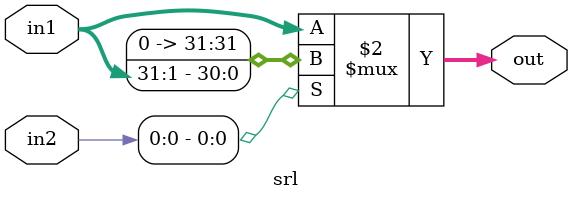
<source format=v>
`timescale 1ns / 1ps


  module srl(in1, in2, out);
    input [31:0] in1;
    input [31:0] in2;
    output [31:0] out;
   
    assign out = in2[0]==1?{1'b0, in1[31:1]}:in1;
  endmodule

</source>
